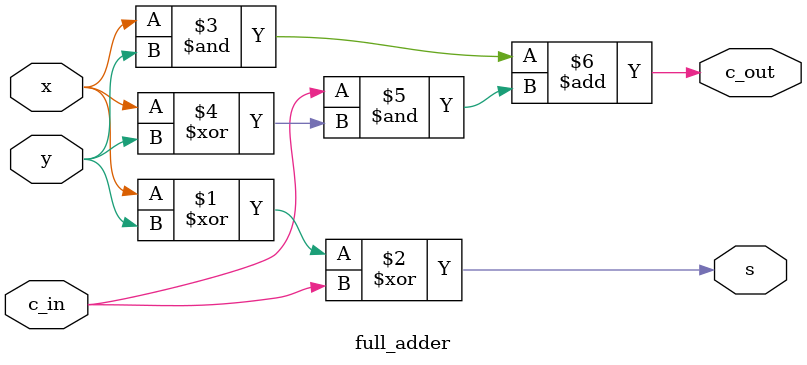
<source format=v>
`timescale 1ns / 1ps

module full_adder(
    input x,
    input y,
    input c_in,
    output s,
    output c_out
    );
    
    assign s = x ^ y ^ c_in;
    assign c_out = (x & y) + (c_in & (x ^ y));

endmodule 
</source>
